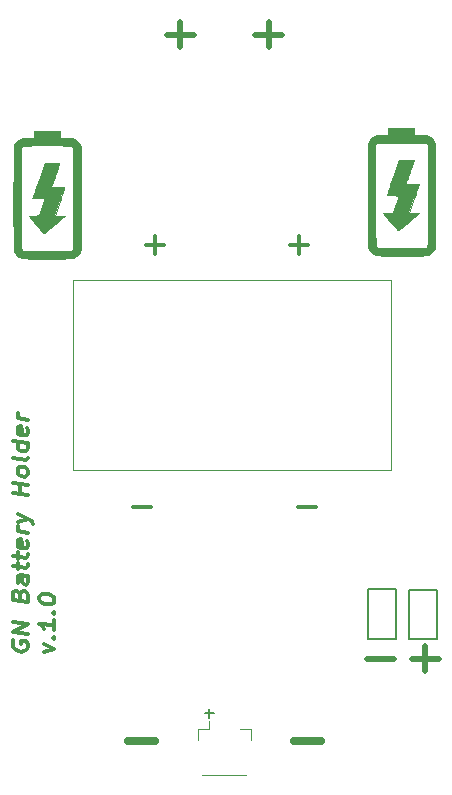
<source format=gto>
G04 #@! TF.GenerationSoftware,KiCad,Pcbnew,(5.1.8)-1*
G04 #@! TF.CreationDate,2020-11-25T14:47:02+01:00*
G04 #@! TF.ProjectId,GN_BatteryHolder,474e5f42-6174-4746-9572-79486f6c6465,1.0*
G04 #@! TF.SameCoordinates,PX8f0d180PY5f5e100*
G04 #@! TF.FileFunction,Legend,Top*
G04 #@! TF.FilePolarity,Positive*
%FSLAX46Y46*%
G04 Gerber Fmt 4.6, Leading zero omitted, Abs format (unit mm)*
G04 Created by KiCad (PCBNEW (5.1.8)-1) date 2020-11-25 14:47:02*
%MOMM*%
%LPD*%
G01*
G04 APERTURE LIST*
%ADD10C,0.200000*%
%ADD11C,0.300000*%
%ADD12C,0.500000*%
%ADD13C,0.700000*%
%ADD14C,0.010000*%
%ADD15C,0.150000*%
%ADD16C,0.120000*%
G04 APERTURE END LIST*
D10*
X-1680953Y-26646428D02*
X-919048Y-26646428D01*
X-1300000Y-27027380D02*
X-1300000Y-26265476D01*
D11*
X-17875000Y-20499642D02*
X-17936905Y-20634761D01*
X-17936905Y-20849047D01*
X-17875000Y-21071071D01*
X-17751191Y-21229404D01*
X-17627381Y-21316309D01*
X-17379762Y-21418690D01*
X-17194048Y-21441904D01*
X-16946429Y-21401428D01*
X-16822620Y-21345476D01*
X-16698810Y-21218095D01*
X-16636905Y-21011547D01*
X-16636905Y-20868690D01*
X-16698810Y-20646666D01*
X-16760715Y-20567500D01*
X-17194048Y-20513333D01*
X-17194048Y-20799047D01*
X-16636905Y-19940119D02*
X-17936905Y-19777619D01*
X-16636905Y-19082976D01*
X-17936905Y-18920476D01*
X-17317858Y-16640714D02*
X-17255953Y-16434166D01*
X-17194048Y-16370476D01*
X-17070239Y-16314523D01*
X-16884524Y-16337738D01*
X-16760715Y-16424642D01*
X-16698810Y-16503809D01*
X-16636905Y-16654404D01*
X-16636905Y-17225833D01*
X-17936905Y-17063333D01*
X-17936905Y-16563333D01*
X-17875000Y-16428214D01*
X-17813096Y-16364523D01*
X-17689286Y-16308571D01*
X-17565477Y-16324047D01*
X-17441667Y-16410952D01*
X-17379762Y-16490119D01*
X-17317858Y-16640714D01*
X-17317858Y-17140714D01*
X-16636905Y-15082976D02*
X-17317858Y-14997857D01*
X-17441667Y-15053809D01*
X-17503572Y-15188928D01*
X-17503572Y-15474642D01*
X-17441667Y-15625238D01*
X-16698810Y-15075238D02*
X-16636905Y-15225833D01*
X-16636905Y-15582976D01*
X-16698810Y-15718095D01*
X-16822620Y-15774047D01*
X-16946429Y-15758571D01*
X-17070239Y-15671666D01*
X-17132143Y-15521071D01*
X-17132143Y-15163928D01*
X-17194048Y-15013333D01*
X-17503572Y-14474642D02*
X-17503572Y-13903214D01*
X-17936905Y-14206190D02*
X-16822620Y-14345476D01*
X-16698810Y-14289523D01*
X-16636905Y-14154404D01*
X-16636905Y-14011547D01*
X-17503572Y-13617500D02*
X-17503572Y-13046071D01*
X-17936905Y-13349047D02*
X-16822620Y-13488333D01*
X-16698810Y-13432380D01*
X-16636905Y-13297261D01*
X-16636905Y-13154404D01*
X-16698810Y-12075238D02*
X-16636905Y-12225833D01*
X-16636905Y-12511547D01*
X-16698810Y-12646666D01*
X-16822620Y-12702619D01*
X-17317858Y-12640714D01*
X-17441667Y-12553809D01*
X-17503572Y-12403214D01*
X-17503572Y-12117500D01*
X-17441667Y-11982380D01*
X-17317858Y-11926428D01*
X-17194048Y-11941904D01*
X-17070239Y-12671666D01*
X-16636905Y-11368690D02*
X-17503572Y-11260357D01*
X-17255953Y-11291309D02*
X-17379762Y-11204404D01*
X-17441667Y-11125238D01*
X-17503572Y-10974642D01*
X-17503572Y-10831785D01*
X-17503572Y-10474642D02*
X-16636905Y-10225833D01*
X-17503572Y-9760357D02*
X-16636905Y-10225833D01*
X-16327381Y-10407380D01*
X-16265477Y-10486547D01*
X-16203572Y-10637142D01*
X-16636905Y-8154404D02*
X-17936905Y-7991904D01*
X-17317858Y-8069285D02*
X-17317858Y-7212142D01*
X-16636905Y-7297261D02*
X-17936905Y-7134761D01*
X-16636905Y-6368690D02*
X-16698810Y-6503809D01*
X-16760715Y-6567500D01*
X-16884524Y-6623452D01*
X-17255953Y-6577023D01*
X-17379762Y-6490119D01*
X-17441667Y-6410952D01*
X-17503572Y-6260357D01*
X-17503572Y-6046071D01*
X-17441667Y-5910952D01*
X-17379762Y-5847261D01*
X-17255953Y-5791309D01*
X-16884524Y-5837738D01*
X-16760715Y-5924642D01*
X-16698810Y-6003809D01*
X-16636905Y-6154404D01*
X-16636905Y-6368690D01*
X-16636905Y-5011547D02*
X-16698810Y-5146666D01*
X-16822620Y-5202619D01*
X-17936905Y-5063333D01*
X-16636905Y-3797261D02*
X-17936905Y-3634761D01*
X-16698810Y-3789523D02*
X-16636905Y-3940119D01*
X-16636905Y-4225833D01*
X-16698810Y-4360952D01*
X-16760715Y-4424642D01*
X-16884524Y-4480595D01*
X-17255953Y-4434166D01*
X-17379762Y-4347261D01*
X-17441667Y-4268095D01*
X-17503572Y-4117500D01*
X-17503572Y-3831785D01*
X-17441667Y-3696666D01*
X-16698810Y-2503809D02*
X-16636905Y-2654404D01*
X-16636905Y-2940119D01*
X-16698810Y-3075238D01*
X-16822620Y-3131190D01*
X-17317858Y-3069285D01*
X-17441667Y-2982380D01*
X-17503572Y-2831785D01*
X-17503572Y-2546071D01*
X-17441667Y-2410952D01*
X-17317858Y-2355000D01*
X-17194048Y-2370476D01*
X-17070239Y-3100238D01*
X-16636905Y-1797261D02*
X-17503572Y-1688928D01*
X-17255953Y-1719880D02*
X-17379762Y-1632976D01*
X-17441667Y-1553809D01*
X-17503572Y-1403214D01*
X-17503572Y-1260357D01*
X-15253572Y-21474642D02*
X-14386905Y-21225833D01*
X-15253572Y-20760357D01*
X-14510715Y-20281785D02*
X-14448810Y-20218095D01*
X-14386905Y-20297261D01*
X-14448810Y-20360952D01*
X-14510715Y-20281785D01*
X-14386905Y-20297261D01*
X-14386905Y-18797261D02*
X-14386905Y-19654404D01*
X-14386905Y-19225833D02*
X-15686905Y-19063333D01*
X-15501191Y-19229404D01*
X-15377381Y-19387738D01*
X-15315477Y-19538333D01*
X-14510715Y-18138928D02*
X-14448810Y-18075238D01*
X-14386905Y-18154404D01*
X-14448810Y-18218095D01*
X-14510715Y-18138928D01*
X-14386905Y-18154404D01*
X-15686905Y-16991904D02*
X-15686905Y-16849047D01*
X-15625000Y-16713928D01*
X-15563096Y-16650238D01*
X-15439286Y-16594285D01*
X-15191667Y-16553809D01*
X-14882143Y-16592500D01*
X-14634524Y-16694880D01*
X-14510715Y-16781785D01*
X-14448810Y-16860952D01*
X-14386905Y-17011547D01*
X-14386905Y-17154404D01*
X-14448810Y-17289523D01*
X-14510715Y-17353214D01*
X-14634524Y-17409166D01*
X-14882143Y-17449642D01*
X-15191667Y-17410952D01*
X-15439286Y-17308571D01*
X-15563096Y-17221666D01*
X-15625000Y-17142500D01*
X-15686905Y-16991904D01*
D12*
X2607142Y30800000D02*
X4892857Y30800000D01*
X3750000Y29733334D02*
X3750000Y31866667D01*
X-4892858Y30800000D02*
X-2607143Y30800000D01*
X-3750000Y29733334D02*
X-3750000Y31866667D01*
D13*
X5907142Y-29014285D02*
X8192857Y-29014285D01*
X-8142858Y-29014285D02*
X-5857143Y-29014285D01*
D12*
X14392857Y-22050000D02*
X12107142Y-22050000D01*
X18142857Y-22050000D02*
X15857142Y-22050000D01*
X17000000Y-20983333D02*
X17000000Y-23116666D01*
D14*
G36*
X15974554Y19992693D02*
G01*
X15939530Y19891042D01*
X15896247Y19765781D01*
X15846397Y19621782D01*
X15791675Y19463912D01*
X15733774Y19297043D01*
X15674387Y19126043D01*
X15615208Y18955783D01*
X15557929Y18791132D01*
X15504245Y18636961D01*
X15455849Y18498138D01*
X15414434Y18379535D01*
X15381694Y18286019D01*
X15359322Y18222462D01*
X15349011Y18193733D01*
X15348807Y18193208D01*
X15346702Y18182092D01*
X15353298Y18173446D01*
X15373163Y18166963D01*
X15410864Y18162333D01*
X15470970Y18159249D01*
X15558048Y18157401D01*
X15676666Y18156482D01*
X15831392Y18156182D01*
X15897319Y18156166D01*
X16046747Y18155588D01*
X16181273Y18153958D01*
X16295406Y18151432D01*
X16383650Y18148168D01*
X16440512Y18144323D01*
X16460500Y18140083D01*
X16453981Y18117641D01*
X16435198Y18058589D01*
X16405315Y17966462D01*
X16365497Y17844799D01*
X16316906Y17697135D01*
X16260707Y17527008D01*
X16198064Y17337954D01*
X16130140Y17133509D01*
X16060028Y16922999D01*
X15659557Y15722000D01*
X16512455Y15722000D01*
X16460019Y15670631D01*
X16429982Y15643669D01*
X16372469Y15594337D01*
X16291141Y15525654D01*
X16189660Y15440635D01*
X16071687Y15342297D01*
X15940883Y15233656D01*
X15800909Y15117730D01*
X15655426Y14997535D01*
X15508095Y14876087D01*
X15362577Y14756403D01*
X15222534Y14641500D01*
X15091626Y14534394D01*
X14973515Y14438102D01*
X14871862Y14355641D01*
X14790328Y14290027D01*
X14732574Y14244277D01*
X14702261Y14221407D01*
X14698661Y14219341D01*
X14682337Y14235060D01*
X14641744Y14280142D01*
X14579638Y14351366D01*
X14498775Y14445507D01*
X14401909Y14559346D01*
X14291797Y14689658D01*
X14171193Y14833221D01*
X14060797Y14965291D01*
X13438523Y15711416D01*
X13874555Y15722000D01*
X14310587Y15732583D01*
X14556463Y16452250D01*
X14802339Y17171916D01*
X14274551Y17177576D01*
X13746762Y17183236D01*
X13758659Y17230493D01*
X13767630Y17257785D01*
X13789778Y17321632D01*
X13823936Y17418759D01*
X13868939Y17545891D01*
X13923623Y17699753D01*
X13986820Y17877071D01*
X14057367Y18074568D01*
X14134098Y18288971D01*
X14215846Y18517003D01*
X14287682Y18717083D01*
X14804808Y20156416D01*
X15419753Y20162026D01*
X16034697Y20167635D01*
X15974554Y19992693D01*
G37*
X15974554Y19992693D02*
X15939530Y19891042D01*
X15896247Y19765781D01*
X15846397Y19621782D01*
X15791675Y19463912D01*
X15733774Y19297043D01*
X15674387Y19126043D01*
X15615208Y18955783D01*
X15557929Y18791132D01*
X15504245Y18636961D01*
X15455849Y18498138D01*
X15414434Y18379535D01*
X15381694Y18286019D01*
X15359322Y18222462D01*
X15349011Y18193733D01*
X15348807Y18193208D01*
X15346702Y18182092D01*
X15353298Y18173446D01*
X15373163Y18166963D01*
X15410864Y18162333D01*
X15470970Y18159249D01*
X15558048Y18157401D01*
X15676666Y18156482D01*
X15831392Y18156182D01*
X15897319Y18156166D01*
X16046747Y18155588D01*
X16181273Y18153958D01*
X16295406Y18151432D01*
X16383650Y18148168D01*
X16440512Y18144323D01*
X16460500Y18140083D01*
X16453981Y18117641D01*
X16435198Y18058589D01*
X16405315Y17966462D01*
X16365497Y17844799D01*
X16316906Y17697135D01*
X16260707Y17527008D01*
X16198064Y17337954D01*
X16130140Y17133509D01*
X16060028Y16922999D01*
X15659557Y15722000D01*
X16512455Y15722000D01*
X16460019Y15670631D01*
X16429982Y15643669D01*
X16372469Y15594337D01*
X16291141Y15525654D01*
X16189660Y15440635D01*
X16071687Y15342297D01*
X15940883Y15233656D01*
X15800909Y15117730D01*
X15655426Y14997535D01*
X15508095Y14876087D01*
X15362577Y14756403D01*
X15222534Y14641500D01*
X15091626Y14534394D01*
X14973515Y14438102D01*
X14871862Y14355641D01*
X14790328Y14290027D01*
X14732574Y14244277D01*
X14702261Y14221407D01*
X14698661Y14219341D01*
X14682337Y14235060D01*
X14641744Y14280142D01*
X14579638Y14351366D01*
X14498775Y14445507D01*
X14401909Y14559346D01*
X14291797Y14689658D01*
X14171193Y14833221D01*
X14060797Y14965291D01*
X13438523Y15711416D01*
X13874555Y15722000D01*
X14310587Y15732583D01*
X14556463Y16452250D01*
X14802339Y17171916D01*
X14274551Y17177576D01*
X13746762Y17183236D01*
X13758659Y17230493D01*
X13767630Y17257785D01*
X13789778Y17321632D01*
X13823936Y17418759D01*
X13868939Y17545891D01*
X13923623Y17699753D01*
X13986820Y17877071D01*
X14057367Y18074568D01*
X14134098Y18288971D01*
X14215846Y18517003D01*
X14287682Y18717083D01*
X14804808Y20156416D01*
X15419753Y20162026D01*
X16034697Y20167635D01*
X15974554Y19992693D01*
G36*
X16079500Y22304833D02*
G01*
X16508125Y22304711D01*
X16648031Y22303650D01*
X16782052Y22300772D01*
X16901206Y22296408D01*
X16996508Y22290893D01*
X17058975Y22284560D01*
X17061360Y22284181D01*
X17245435Y22233347D01*
X17413916Y22146351D01*
X17561919Y22027986D01*
X17684559Y21883046D01*
X17776951Y21716326D01*
X17834213Y21532620D01*
X17835895Y21523977D01*
X17838822Y21486851D01*
X17841536Y21407589D01*
X17844036Y21286387D01*
X17846321Y21123444D01*
X17848390Y20918956D01*
X17850242Y20673119D01*
X17851876Y20386131D01*
X17853292Y20058189D01*
X17854487Y19689489D01*
X17855463Y19280228D01*
X17856216Y18830605D01*
X17856747Y18340814D01*
X17857054Y17811053D01*
X17857137Y17241520D01*
X17857133Y17184902D01*
X17857107Y16676783D01*
X17857092Y16209231D01*
X17857039Y15780481D01*
X17856901Y15388767D01*
X17856630Y15032324D01*
X17856179Y14709386D01*
X17855501Y14418188D01*
X17854547Y14156963D01*
X17853271Y13923946D01*
X17851625Y13717371D01*
X17849561Y13535473D01*
X17847033Y13376487D01*
X17843991Y13238646D01*
X17840390Y13120184D01*
X17836181Y13019337D01*
X17831318Y12934338D01*
X17825752Y12863422D01*
X17819436Y12804823D01*
X17812322Y12756775D01*
X17804364Y12717513D01*
X17795513Y12685272D01*
X17785722Y12658285D01*
X17774944Y12634787D01*
X17763131Y12613012D01*
X17750235Y12591195D01*
X17736210Y12567569D01*
X17732789Y12561641D01*
X17616150Y12399575D01*
X17469414Y12265637D01*
X17296778Y12163130D01*
X17161105Y12111341D01*
X17123148Y12106284D01*
X17046501Y12101686D01*
X16934748Y12097547D01*
X16791473Y12093864D01*
X16620261Y12090636D01*
X16424696Y12087864D01*
X16208363Y12085546D01*
X15974845Y12083681D01*
X15727728Y12082268D01*
X15470595Y12081305D01*
X15207031Y12080793D01*
X14940621Y12080730D01*
X14674949Y12081115D01*
X14413599Y12081947D01*
X14160155Y12083226D01*
X13918203Y12084949D01*
X13691326Y12087117D01*
X13483109Y12089728D01*
X13297137Y12092781D01*
X13136993Y12096276D01*
X13006262Y12100211D01*
X12908529Y12104585D01*
X12847377Y12109398D01*
X12829670Y12112516D01*
X12644329Y12192314D01*
X12480159Y12306046D01*
X12342767Y12449233D01*
X12267211Y12561641D01*
X12252917Y12585938D01*
X12239764Y12608018D01*
X12227704Y12629645D01*
X12216690Y12652586D01*
X12206674Y12678606D01*
X12197609Y12709471D01*
X12189448Y12746946D01*
X12182143Y12792798D01*
X12175646Y12848791D01*
X12169910Y12916692D01*
X12164887Y12998265D01*
X12160531Y13095278D01*
X12156793Y13209495D01*
X12153626Y13342682D01*
X12150983Y13496604D01*
X12148815Y13673028D01*
X12147077Y13873719D01*
X12145719Y14100443D01*
X12144695Y14354965D01*
X12143957Y14639051D01*
X12143457Y14954467D01*
X12143149Y15302978D01*
X12142984Y15686350D01*
X12142916Y16106348D01*
X12142896Y16564739D01*
X12142877Y17063288D01*
X12142868Y17184902D01*
X12142929Y17758234D01*
X12143214Y18291812D01*
X12143724Y18785438D01*
X12144456Y19238917D01*
X12145410Y19652051D01*
X12146585Y20024644D01*
X12147979Y20356497D01*
X12149593Y20647416D01*
X12151424Y20897201D01*
X12153472Y21105658D01*
X12155737Y21272588D01*
X12158216Y21397795D01*
X12160067Y21455063D01*
X12788084Y21455063D01*
X12788084Y17196823D01*
X12788088Y16697639D01*
X12788114Y16239035D01*
X12788178Y15819260D01*
X12788297Y15436561D01*
X12788488Y15089186D01*
X12788769Y14775382D01*
X12789157Y14493397D01*
X12789668Y14241479D01*
X12790320Y14017876D01*
X12791130Y13820834D01*
X12792116Y13648601D01*
X12793293Y13499426D01*
X12794680Y13371555D01*
X12796294Y13263237D01*
X12798151Y13172718D01*
X12800269Y13098247D01*
X12802665Y13038071D01*
X12805356Y12990438D01*
X12808360Y12953596D01*
X12811692Y12925791D01*
X12815372Y12905272D01*
X12819414Y12890286D01*
X12823838Y12879081D01*
X12828659Y12869904D01*
X12830417Y12866894D01*
X12879267Y12807300D01*
X12941187Y12758734D01*
X12946503Y12755769D01*
X12960433Y12749106D01*
X12977497Y12743237D01*
X13000314Y12738113D01*
X13031504Y12733683D01*
X13073686Y12729896D01*
X13129479Y12726702D01*
X13201503Y12724052D01*
X13292377Y12721894D01*
X13404720Y12720179D01*
X13541152Y12718855D01*
X13704291Y12717874D01*
X13896758Y12717184D01*
X14121171Y12716735D01*
X14380150Y12716477D01*
X14676314Y12716360D01*
X15000000Y12716333D01*
X15334552Y12716362D01*
X15629389Y12716484D01*
X15887132Y12716747D01*
X16110400Y12717204D01*
X16301811Y12717903D01*
X16463985Y12718895D01*
X16599542Y12720231D01*
X16711101Y12721961D01*
X16801281Y12724135D01*
X16872702Y12726803D01*
X16927982Y12730016D01*
X16969741Y12733824D01*
X17000598Y12738278D01*
X17023173Y12743427D01*
X17040085Y12749322D01*
X17053497Y12755769D01*
X17115283Y12802083D01*
X17166409Y12861730D01*
X17169584Y12866894D01*
X17174546Y12875777D01*
X17179105Y12886085D01*
X17183277Y12899570D01*
X17187080Y12917983D01*
X17190530Y12943079D01*
X17193645Y12976608D01*
X17196442Y13020323D01*
X17198937Y13075977D01*
X17201149Y13145322D01*
X17203095Y13230111D01*
X17204790Y13332095D01*
X17206254Y13453028D01*
X17207501Y13594661D01*
X17208551Y13758748D01*
X17209420Y13947039D01*
X17210124Y14161289D01*
X17210682Y14403248D01*
X17211111Y14674670D01*
X17211426Y14977307D01*
X17211647Y15312912D01*
X17211789Y15683236D01*
X17211870Y16090032D01*
X17211906Y16535052D01*
X17211916Y17020050D01*
X17211917Y17196823D01*
X17211917Y21455063D01*
X17168276Y21513515D01*
X17117860Y21570029D01*
X17066182Y21615609D01*
X17055833Y21622920D01*
X17043856Y21629365D01*
X17027670Y21634999D01*
X17004689Y21639876D01*
X16972332Y21644052D01*
X16928015Y21647579D01*
X16869154Y21650514D01*
X16793168Y21652910D01*
X16697471Y21654823D01*
X16579482Y21656306D01*
X16436618Y21657414D01*
X16266294Y21658202D01*
X16065927Y21658725D01*
X15832936Y21659036D01*
X15564735Y21659191D01*
X15258743Y21659244D01*
X15000000Y21659250D01*
X14663636Y21659238D01*
X14367023Y21659165D01*
X14107576Y21658977D01*
X13882713Y21658620D01*
X13689850Y21658038D01*
X13526405Y21657177D01*
X13389795Y21655983D01*
X13277435Y21654401D01*
X13186743Y21652377D01*
X13115136Y21649855D01*
X13060030Y21646782D01*
X13018843Y21643103D01*
X12988991Y21638763D01*
X12967890Y21633708D01*
X12952959Y21627882D01*
X12941613Y21621233D01*
X12933819Y21615609D01*
X12877305Y21565193D01*
X12831725Y21513515D01*
X12788084Y21455063D01*
X12160067Y21455063D01*
X12160909Y21481082D01*
X12163816Y21522252D01*
X12164105Y21523977D01*
X12219660Y21708340D01*
X12310568Y21875932D01*
X12431944Y22021961D01*
X12578903Y22141633D01*
X12746563Y22230154D01*
X12930038Y22282729D01*
X12938641Y22284181D01*
X13000019Y22290717D01*
X13094356Y22296398D01*
X13212279Y22300865D01*
X13344416Y22303755D01*
X13470709Y22304711D01*
X13878167Y22304833D01*
X13878167Y22918666D01*
X16079500Y22918666D01*
X16079500Y22304833D01*
G37*
X16079500Y22304833D02*
X16508125Y22304711D01*
X16648031Y22303650D01*
X16782052Y22300772D01*
X16901206Y22296408D01*
X16996508Y22290893D01*
X17058975Y22284560D01*
X17061360Y22284181D01*
X17245435Y22233347D01*
X17413916Y22146351D01*
X17561919Y22027986D01*
X17684559Y21883046D01*
X17776951Y21716326D01*
X17834213Y21532620D01*
X17835895Y21523977D01*
X17838822Y21486851D01*
X17841536Y21407589D01*
X17844036Y21286387D01*
X17846321Y21123444D01*
X17848390Y20918956D01*
X17850242Y20673119D01*
X17851876Y20386131D01*
X17853292Y20058189D01*
X17854487Y19689489D01*
X17855463Y19280228D01*
X17856216Y18830605D01*
X17856747Y18340814D01*
X17857054Y17811053D01*
X17857137Y17241520D01*
X17857133Y17184902D01*
X17857107Y16676783D01*
X17857092Y16209231D01*
X17857039Y15780481D01*
X17856901Y15388767D01*
X17856630Y15032324D01*
X17856179Y14709386D01*
X17855501Y14418188D01*
X17854547Y14156963D01*
X17853271Y13923946D01*
X17851625Y13717371D01*
X17849561Y13535473D01*
X17847033Y13376487D01*
X17843991Y13238646D01*
X17840390Y13120184D01*
X17836181Y13019337D01*
X17831318Y12934338D01*
X17825752Y12863422D01*
X17819436Y12804823D01*
X17812322Y12756775D01*
X17804364Y12717513D01*
X17795513Y12685272D01*
X17785722Y12658285D01*
X17774944Y12634787D01*
X17763131Y12613012D01*
X17750235Y12591195D01*
X17736210Y12567569D01*
X17732789Y12561641D01*
X17616150Y12399575D01*
X17469414Y12265637D01*
X17296778Y12163130D01*
X17161105Y12111341D01*
X17123148Y12106284D01*
X17046501Y12101686D01*
X16934748Y12097547D01*
X16791473Y12093864D01*
X16620261Y12090636D01*
X16424696Y12087864D01*
X16208363Y12085546D01*
X15974845Y12083681D01*
X15727728Y12082268D01*
X15470595Y12081305D01*
X15207031Y12080793D01*
X14940621Y12080730D01*
X14674949Y12081115D01*
X14413599Y12081947D01*
X14160155Y12083226D01*
X13918203Y12084949D01*
X13691326Y12087117D01*
X13483109Y12089728D01*
X13297137Y12092781D01*
X13136993Y12096276D01*
X13006262Y12100211D01*
X12908529Y12104585D01*
X12847377Y12109398D01*
X12829670Y12112516D01*
X12644329Y12192314D01*
X12480159Y12306046D01*
X12342767Y12449233D01*
X12267211Y12561641D01*
X12252917Y12585938D01*
X12239764Y12608018D01*
X12227704Y12629645D01*
X12216690Y12652586D01*
X12206674Y12678606D01*
X12197609Y12709471D01*
X12189448Y12746946D01*
X12182143Y12792798D01*
X12175646Y12848791D01*
X12169910Y12916692D01*
X12164887Y12998265D01*
X12160531Y13095278D01*
X12156793Y13209495D01*
X12153626Y13342682D01*
X12150983Y13496604D01*
X12148815Y13673028D01*
X12147077Y13873719D01*
X12145719Y14100443D01*
X12144695Y14354965D01*
X12143957Y14639051D01*
X12143457Y14954467D01*
X12143149Y15302978D01*
X12142984Y15686350D01*
X12142916Y16106348D01*
X12142896Y16564739D01*
X12142877Y17063288D01*
X12142868Y17184902D01*
X12142929Y17758234D01*
X12143214Y18291812D01*
X12143724Y18785438D01*
X12144456Y19238917D01*
X12145410Y19652051D01*
X12146585Y20024644D01*
X12147979Y20356497D01*
X12149593Y20647416D01*
X12151424Y20897201D01*
X12153472Y21105658D01*
X12155737Y21272588D01*
X12158216Y21397795D01*
X12160067Y21455063D01*
X12788084Y21455063D01*
X12788084Y17196823D01*
X12788088Y16697639D01*
X12788114Y16239035D01*
X12788178Y15819260D01*
X12788297Y15436561D01*
X12788488Y15089186D01*
X12788769Y14775382D01*
X12789157Y14493397D01*
X12789668Y14241479D01*
X12790320Y14017876D01*
X12791130Y13820834D01*
X12792116Y13648601D01*
X12793293Y13499426D01*
X12794680Y13371555D01*
X12796294Y13263237D01*
X12798151Y13172718D01*
X12800269Y13098247D01*
X12802665Y13038071D01*
X12805356Y12990438D01*
X12808360Y12953596D01*
X12811692Y12925791D01*
X12815372Y12905272D01*
X12819414Y12890286D01*
X12823838Y12879081D01*
X12828659Y12869904D01*
X12830417Y12866894D01*
X12879267Y12807300D01*
X12941187Y12758734D01*
X12946503Y12755769D01*
X12960433Y12749106D01*
X12977497Y12743237D01*
X13000314Y12738113D01*
X13031504Y12733683D01*
X13073686Y12729896D01*
X13129479Y12726702D01*
X13201503Y12724052D01*
X13292377Y12721894D01*
X13404720Y12720179D01*
X13541152Y12718855D01*
X13704291Y12717874D01*
X13896758Y12717184D01*
X14121171Y12716735D01*
X14380150Y12716477D01*
X14676314Y12716360D01*
X15000000Y12716333D01*
X15334552Y12716362D01*
X15629389Y12716484D01*
X15887132Y12716747D01*
X16110400Y12717204D01*
X16301811Y12717903D01*
X16463985Y12718895D01*
X16599542Y12720231D01*
X16711101Y12721961D01*
X16801281Y12724135D01*
X16872702Y12726803D01*
X16927982Y12730016D01*
X16969741Y12733824D01*
X17000598Y12738278D01*
X17023173Y12743427D01*
X17040085Y12749322D01*
X17053497Y12755769D01*
X17115283Y12802083D01*
X17166409Y12861730D01*
X17169584Y12866894D01*
X17174546Y12875777D01*
X17179105Y12886085D01*
X17183277Y12899570D01*
X17187080Y12917983D01*
X17190530Y12943079D01*
X17193645Y12976608D01*
X17196442Y13020323D01*
X17198937Y13075977D01*
X17201149Y13145322D01*
X17203095Y13230111D01*
X17204790Y13332095D01*
X17206254Y13453028D01*
X17207501Y13594661D01*
X17208551Y13758748D01*
X17209420Y13947039D01*
X17210124Y14161289D01*
X17210682Y14403248D01*
X17211111Y14674670D01*
X17211426Y14977307D01*
X17211647Y15312912D01*
X17211789Y15683236D01*
X17211870Y16090032D01*
X17211906Y16535052D01*
X17211916Y17020050D01*
X17211917Y17196823D01*
X17211917Y21455063D01*
X17168276Y21513515D01*
X17117860Y21570029D01*
X17066182Y21615609D01*
X17055833Y21622920D01*
X17043856Y21629365D01*
X17027670Y21634999D01*
X17004689Y21639876D01*
X16972332Y21644052D01*
X16928015Y21647579D01*
X16869154Y21650514D01*
X16793168Y21652910D01*
X16697471Y21654823D01*
X16579482Y21656306D01*
X16436618Y21657414D01*
X16266294Y21658202D01*
X16065927Y21658725D01*
X15832936Y21659036D01*
X15564735Y21659191D01*
X15258743Y21659244D01*
X15000000Y21659250D01*
X14663636Y21659238D01*
X14367023Y21659165D01*
X14107576Y21658977D01*
X13882713Y21658620D01*
X13689850Y21658038D01*
X13526405Y21657177D01*
X13389795Y21655983D01*
X13277435Y21654401D01*
X13186743Y21652377D01*
X13115136Y21649855D01*
X13060030Y21646782D01*
X13018843Y21643103D01*
X12988991Y21638763D01*
X12967890Y21633708D01*
X12952959Y21627882D01*
X12941613Y21621233D01*
X12933819Y21615609D01*
X12877305Y21565193D01*
X12831725Y21513515D01*
X12788084Y21455063D01*
X12160067Y21455063D01*
X12160909Y21481082D01*
X12163816Y21522252D01*
X12164105Y21523977D01*
X12219660Y21708340D01*
X12310568Y21875932D01*
X12431944Y22021961D01*
X12578903Y22141633D01*
X12746563Y22230154D01*
X12930038Y22282729D01*
X12938641Y22284181D01*
X13000019Y22290717D01*
X13094356Y22296398D01*
X13212279Y22300865D01*
X13344416Y22303755D01*
X13470709Y22304711D01*
X13878167Y22304833D01*
X13878167Y22918666D01*
X16079500Y22918666D01*
X16079500Y22304833D01*
G36*
X-13920500Y22054833D02*
G01*
X-13491875Y22054711D01*
X-13351969Y22053650D01*
X-13217948Y22050772D01*
X-13098794Y22046408D01*
X-13003492Y22040893D01*
X-12941025Y22034560D01*
X-12938640Y22034181D01*
X-12754565Y21983347D01*
X-12586084Y21896351D01*
X-12438081Y21777986D01*
X-12315441Y21633046D01*
X-12223049Y21466326D01*
X-12165787Y21282620D01*
X-12164105Y21273977D01*
X-12161178Y21236851D01*
X-12158464Y21157589D01*
X-12155964Y21036387D01*
X-12153679Y20873444D01*
X-12151610Y20668956D01*
X-12149758Y20423119D01*
X-12148124Y20136131D01*
X-12146708Y19808189D01*
X-12145513Y19439489D01*
X-12144537Y19030228D01*
X-12143784Y18580605D01*
X-12143253Y18090814D01*
X-12142946Y17561053D01*
X-12142863Y16991520D01*
X-12142867Y16934902D01*
X-12142893Y16426783D01*
X-12142908Y15959231D01*
X-12142961Y15530481D01*
X-12143099Y15138767D01*
X-12143370Y14782324D01*
X-12143821Y14459386D01*
X-12144499Y14168188D01*
X-12145453Y13906963D01*
X-12146729Y13673946D01*
X-12148375Y13467371D01*
X-12150439Y13285473D01*
X-12152967Y13126487D01*
X-12156009Y12988646D01*
X-12159610Y12870184D01*
X-12163819Y12769337D01*
X-12168682Y12684338D01*
X-12174248Y12613422D01*
X-12180564Y12554823D01*
X-12187678Y12506775D01*
X-12195636Y12467513D01*
X-12204487Y12435272D01*
X-12214278Y12408285D01*
X-12225056Y12384787D01*
X-12236869Y12363012D01*
X-12249765Y12341195D01*
X-12263790Y12317569D01*
X-12267211Y12311641D01*
X-12383850Y12149575D01*
X-12530586Y12015637D01*
X-12703222Y11913130D01*
X-12838895Y11861341D01*
X-12876852Y11856284D01*
X-12953499Y11851686D01*
X-13065252Y11847547D01*
X-13208527Y11843864D01*
X-13379739Y11840636D01*
X-13575304Y11837864D01*
X-13791637Y11835546D01*
X-14025155Y11833681D01*
X-14272272Y11832268D01*
X-14529405Y11831305D01*
X-14792969Y11830793D01*
X-15059379Y11830730D01*
X-15325051Y11831115D01*
X-15586401Y11831947D01*
X-15839845Y11833226D01*
X-16081797Y11834949D01*
X-16308674Y11837117D01*
X-16516891Y11839728D01*
X-16702863Y11842781D01*
X-16863007Y11846276D01*
X-16993738Y11850211D01*
X-17091471Y11854585D01*
X-17152623Y11859398D01*
X-17170330Y11862516D01*
X-17355671Y11942314D01*
X-17519841Y12056046D01*
X-17657233Y12199233D01*
X-17732789Y12311641D01*
X-17747083Y12335938D01*
X-17760236Y12358018D01*
X-17772296Y12379645D01*
X-17783310Y12402586D01*
X-17793326Y12428606D01*
X-17802391Y12459471D01*
X-17810552Y12496946D01*
X-17817857Y12542798D01*
X-17824354Y12598791D01*
X-17830090Y12666692D01*
X-17835113Y12748265D01*
X-17839469Y12845278D01*
X-17843207Y12959495D01*
X-17846374Y13092682D01*
X-17849017Y13246604D01*
X-17851185Y13423028D01*
X-17852923Y13623719D01*
X-17854281Y13850443D01*
X-17855305Y14104965D01*
X-17856043Y14389051D01*
X-17856543Y14704467D01*
X-17856851Y15052978D01*
X-17857016Y15436350D01*
X-17857084Y15856348D01*
X-17857104Y16314739D01*
X-17857123Y16813288D01*
X-17857132Y16934902D01*
X-17857071Y17508234D01*
X-17856786Y18041812D01*
X-17856276Y18535438D01*
X-17855544Y18988917D01*
X-17854590Y19402051D01*
X-17853415Y19774644D01*
X-17852021Y20106497D01*
X-17850407Y20397416D01*
X-17848576Y20647201D01*
X-17846528Y20855658D01*
X-17844263Y21022588D01*
X-17841784Y21147795D01*
X-17839933Y21205063D01*
X-17211916Y21205063D01*
X-17211916Y16946823D01*
X-17211912Y16447639D01*
X-17211886Y15989035D01*
X-17211822Y15569260D01*
X-17211703Y15186561D01*
X-17211512Y14839186D01*
X-17211231Y14525382D01*
X-17210843Y14243397D01*
X-17210332Y13991479D01*
X-17209680Y13767876D01*
X-17208870Y13570834D01*
X-17207884Y13398601D01*
X-17206707Y13249426D01*
X-17205320Y13121555D01*
X-17203706Y13013237D01*
X-17201849Y12922718D01*
X-17199731Y12848247D01*
X-17197335Y12788071D01*
X-17194644Y12740438D01*
X-17191640Y12703596D01*
X-17188308Y12675791D01*
X-17184628Y12655272D01*
X-17180586Y12640286D01*
X-17176162Y12629081D01*
X-17171341Y12619904D01*
X-17169583Y12616894D01*
X-17120733Y12557300D01*
X-17058813Y12508734D01*
X-17053497Y12505769D01*
X-17039567Y12499106D01*
X-17022503Y12493237D01*
X-16999686Y12488113D01*
X-16968496Y12483683D01*
X-16926314Y12479896D01*
X-16870521Y12476702D01*
X-16798497Y12474052D01*
X-16707623Y12471894D01*
X-16595280Y12470179D01*
X-16458848Y12468855D01*
X-16295709Y12467874D01*
X-16103242Y12467184D01*
X-15878829Y12466735D01*
X-15619850Y12466477D01*
X-15323686Y12466360D01*
X-15000000Y12466333D01*
X-14665448Y12466362D01*
X-14370611Y12466484D01*
X-14112868Y12466747D01*
X-13889600Y12467204D01*
X-13698189Y12467903D01*
X-13536015Y12468895D01*
X-13400458Y12470231D01*
X-13288899Y12471961D01*
X-13198719Y12474135D01*
X-13127298Y12476803D01*
X-13072018Y12480016D01*
X-13030259Y12483824D01*
X-12999402Y12488278D01*
X-12976827Y12493427D01*
X-12959915Y12499322D01*
X-12946503Y12505769D01*
X-12884717Y12552083D01*
X-12833591Y12611730D01*
X-12830416Y12616894D01*
X-12825454Y12625777D01*
X-12820895Y12636085D01*
X-12816723Y12649570D01*
X-12812920Y12667983D01*
X-12809470Y12693079D01*
X-12806355Y12726608D01*
X-12803558Y12770323D01*
X-12801063Y12825977D01*
X-12798851Y12895322D01*
X-12796905Y12980111D01*
X-12795210Y13082095D01*
X-12793746Y13203028D01*
X-12792499Y13344661D01*
X-12791449Y13508748D01*
X-12790580Y13697039D01*
X-12789876Y13911289D01*
X-12789318Y14153248D01*
X-12788889Y14424670D01*
X-12788574Y14727307D01*
X-12788353Y15062912D01*
X-12788211Y15433236D01*
X-12788130Y15840032D01*
X-12788094Y16285052D01*
X-12788084Y16770050D01*
X-12788083Y16946823D01*
X-12788083Y21205063D01*
X-12831724Y21263515D01*
X-12882140Y21320029D01*
X-12933818Y21365609D01*
X-12944167Y21372920D01*
X-12956144Y21379365D01*
X-12972330Y21384999D01*
X-12995311Y21389876D01*
X-13027668Y21394052D01*
X-13071985Y21397579D01*
X-13130846Y21400514D01*
X-13206832Y21402910D01*
X-13302529Y21404823D01*
X-13420518Y21406306D01*
X-13563382Y21407414D01*
X-13733706Y21408202D01*
X-13934073Y21408725D01*
X-14167064Y21409036D01*
X-14435265Y21409191D01*
X-14741257Y21409244D01*
X-15000000Y21409250D01*
X-15336364Y21409238D01*
X-15632977Y21409165D01*
X-15892424Y21408977D01*
X-16117287Y21408620D01*
X-16310150Y21408038D01*
X-16473595Y21407177D01*
X-16610205Y21405983D01*
X-16722565Y21404401D01*
X-16813257Y21402377D01*
X-16884864Y21399855D01*
X-16939970Y21396782D01*
X-16981157Y21393103D01*
X-17011009Y21388763D01*
X-17032110Y21383708D01*
X-17047041Y21377882D01*
X-17058387Y21371233D01*
X-17066181Y21365609D01*
X-17122695Y21315193D01*
X-17168275Y21263515D01*
X-17211916Y21205063D01*
X-17839933Y21205063D01*
X-17839091Y21231082D01*
X-17836184Y21272252D01*
X-17835895Y21273977D01*
X-17780340Y21458340D01*
X-17689432Y21625932D01*
X-17568056Y21771961D01*
X-17421097Y21891633D01*
X-17253437Y21980154D01*
X-17069962Y22032729D01*
X-17061359Y22034181D01*
X-16999981Y22040717D01*
X-16905644Y22046398D01*
X-16787721Y22050865D01*
X-16655584Y22053755D01*
X-16529291Y22054711D01*
X-16121833Y22054833D01*
X-16121833Y22668666D01*
X-13920500Y22668666D01*
X-13920500Y22054833D01*
G37*
X-13920500Y22054833D02*
X-13491875Y22054711D01*
X-13351969Y22053650D01*
X-13217948Y22050772D01*
X-13098794Y22046408D01*
X-13003492Y22040893D01*
X-12941025Y22034560D01*
X-12938640Y22034181D01*
X-12754565Y21983347D01*
X-12586084Y21896351D01*
X-12438081Y21777986D01*
X-12315441Y21633046D01*
X-12223049Y21466326D01*
X-12165787Y21282620D01*
X-12164105Y21273977D01*
X-12161178Y21236851D01*
X-12158464Y21157589D01*
X-12155964Y21036387D01*
X-12153679Y20873444D01*
X-12151610Y20668956D01*
X-12149758Y20423119D01*
X-12148124Y20136131D01*
X-12146708Y19808189D01*
X-12145513Y19439489D01*
X-12144537Y19030228D01*
X-12143784Y18580605D01*
X-12143253Y18090814D01*
X-12142946Y17561053D01*
X-12142863Y16991520D01*
X-12142867Y16934902D01*
X-12142893Y16426783D01*
X-12142908Y15959231D01*
X-12142961Y15530481D01*
X-12143099Y15138767D01*
X-12143370Y14782324D01*
X-12143821Y14459386D01*
X-12144499Y14168188D01*
X-12145453Y13906963D01*
X-12146729Y13673946D01*
X-12148375Y13467371D01*
X-12150439Y13285473D01*
X-12152967Y13126487D01*
X-12156009Y12988646D01*
X-12159610Y12870184D01*
X-12163819Y12769337D01*
X-12168682Y12684338D01*
X-12174248Y12613422D01*
X-12180564Y12554823D01*
X-12187678Y12506775D01*
X-12195636Y12467513D01*
X-12204487Y12435272D01*
X-12214278Y12408285D01*
X-12225056Y12384787D01*
X-12236869Y12363012D01*
X-12249765Y12341195D01*
X-12263790Y12317569D01*
X-12267211Y12311641D01*
X-12383850Y12149575D01*
X-12530586Y12015637D01*
X-12703222Y11913130D01*
X-12838895Y11861341D01*
X-12876852Y11856284D01*
X-12953499Y11851686D01*
X-13065252Y11847547D01*
X-13208527Y11843864D01*
X-13379739Y11840636D01*
X-13575304Y11837864D01*
X-13791637Y11835546D01*
X-14025155Y11833681D01*
X-14272272Y11832268D01*
X-14529405Y11831305D01*
X-14792969Y11830793D01*
X-15059379Y11830730D01*
X-15325051Y11831115D01*
X-15586401Y11831947D01*
X-15839845Y11833226D01*
X-16081797Y11834949D01*
X-16308674Y11837117D01*
X-16516891Y11839728D01*
X-16702863Y11842781D01*
X-16863007Y11846276D01*
X-16993738Y11850211D01*
X-17091471Y11854585D01*
X-17152623Y11859398D01*
X-17170330Y11862516D01*
X-17355671Y11942314D01*
X-17519841Y12056046D01*
X-17657233Y12199233D01*
X-17732789Y12311641D01*
X-17747083Y12335938D01*
X-17760236Y12358018D01*
X-17772296Y12379645D01*
X-17783310Y12402586D01*
X-17793326Y12428606D01*
X-17802391Y12459471D01*
X-17810552Y12496946D01*
X-17817857Y12542798D01*
X-17824354Y12598791D01*
X-17830090Y12666692D01*
X-17835113Y12748265D01*
X-17839469Y12845278D01*
X-17843207Y12959495D01*
X-17846374Y13092682D01*
X-17849017Y13246604D01*
X-17851185Y13423028D01*
X-17852923Y13623719D01*
X-17854281Y13850443D01*
X-17855305Y14104965D01*
X-17856043Y14389051D01*
X-17856543Y14704467D01*
X-17856851Y15052978D01*
X-17857016Y15436350D01*
X-17857084Y15856348D01*
X-17857104Y16314739D01*
X-17857123Y16813288D01*
X-17857132Y16934902D01*
X-17857071Y17508234D01*
X-17856786Y18041812D01*
X-17856276Y18535438D01*
X-17855544Y18988917D01*
X-17854590Y19402051D01*
X-17853415Y19774644D01*
X-17852021Y20106497D01*
X-17850407Y20397416D01*
X-17848576Y20647201D01*
X-17846528Y20855658D01*
X-17844263Y21022588D01*
X-17841784Y21147795D01*
X-17839933Y21205063D01*
X-17211916Y21205063D01*
X-17211916Y16946823D01*
X-17211912Y16447639D01*
X-17211886Y15989035D01*
X-17211822Y15569260D01*
X-17211703Y15186561D01*
X-17211512Y14839186D01*
X-17211231Y14525382D01*
X-17210843Y14243397D01*
X-17210332Y13991479D01*
X-17209680Y13767876D01*
X-17208870Y13570834D01*
X-17207884Y13398601D01*
X-17206707Y13249426D01*
X-17205320Y13121555D01*
X-17203706Y13013237D01*
X-17201849Y12922718D01*
X-17199731Y12848247D01*
X-17197335Y12788071D01*
X-17194644Y12740438D01*
X-17191640Y12703596D01*
X-17188308Y12675791D01*
X-17184628Y12655272D01*
X-17180586Y12640286D01*
X-17176162Y12629081D01*
X-17171341Y12619904D01*
X-17169583Y12616894D01*
X-17120733Y12557300D01*
X-17058813Y12508734D01*
X-17053497Y12505769D01*
X-17039567Y12499106D01*
X-17022503Y12493237D01*
X-16999686Y12488113D01*
X-16968496Y12483683D01*
X-16926314Y12479896D01*
X-16870521Y12476702D01*
X-16798497Y12474052D01*
X-16707623Y12471894D01*
X-16595280Y12470179D01*
X-16458848Y12468855D01*
X-16295709Y12467874D01*
X-16103242Y12467184D01*
X-15878829Y12466735D01*
X-15619850Y12466477D01*
X-15323686Y12466360D01*
X-15000000Y12466333D01*
X-14665448Y12466362D01*
X-14370611Y12466484D01*
X-14112868Y12466747D01*
X-13889600Y12467204D01*
X-13698189Y12467903D01*
X-13536015Y12468895D01*
X-13400458Y12470231D01*
X-13288899Y12471961D01*
X-13198719Y12474135D01*
X-13127298Y12476803D01*
X-13072018Y12480016D01*
X-13030259Y12483824D01*
X-12999402Y12488278D01*
X-12976827Y12493427D01*
X-12959915Y12499322D01*
X-12946503Y12505769D01*
X-12884717Y12552083D01*
X-12833591Y12611730D01*
X-12830416Y12616894D01*
X-12825454Y12625777D01*
X-12820895Y12636085D01*
X-12816723Y12649570D01*
X-12812920Y12667983D01*
X-12809470Y12693079D01*
X-12806355Y12726608D01*
X-12803558Y12770323D01*
X-12801063Y12825977D01*
X-12798851Y12895322D01*
X-12796905Y12980111D01*
X-12795210Y13082095D01*
X-12793746Y13203028D01*
X-12792499Y13344661D01*
X-12791449Y13508748D01*
X-12790580Y13697039D01*
X-12789876Y13911289D01*
X-12789318Y14153248D01*
X-12788889Y14424670D01*
X-12788574Y14727307D01*
X-12788353Y15062912D01*
X-12788211Y15433236D01*
X-12788130Y15840032D01*
X-12788094Y16285052D01*
X-12788084Y16770050D01*
X-12788083Y16946823D01*
X-12788083Y21205063D01*
X-12831724Y21263515D01*
X-12882140Y21320029D01*
X-12933818Y21365609D01*
X-12944167Y21372920D01*
X-12956144Y21379365D01*
X-12972330Y21384999D01*
X-12995311Y21389876D01*
X-13027668Y21394052D01*
X-13071985Y21397579D01*
X-13130846Y21400514D01*
X-13206832Y21402910D01*
X-13302529Y21404823D01*
X-13420518Y21406306D01*
X-13563382Y21407414D01*
X-13733706Y21408202D01*
X-13934073Y21408725D01*
X-14167064Y21409036D01*
X-14435265Y21409191D01*
X-14741257Y21409244D01*
X-15000000Y21409250D01*
X-15336364Y21409238D01*
X-15632977Y21409165D01*
X-15892424Y21408977D01*
X-16117287Y21408620D01*
X-16310150Y21408038D01*
X-16473595Y21407177D01*
X-16610205Y21405983D01*
X-16722565Y21404401D01*
X-16813257Y21402377D01*
X-16884864Y21399855D01*
X-16939970Y21396782D01*
X-16981157Y21393103D01*
X-17011009Y21388763D01*
X-17032110Y21383708D01*
X-17047041Y21377882D01*
X-17058387Y21371233D01*
X-17066181Y21365609D01*
X-17122695Y21315193D01*
X-17168275Y21263515D01*
X-17211916Y21205063D01*
X-17839933Y21205063D01*
X-17839091Y21231082D01*
X-17836184Y21272252D01*
X-17835895Y21273977D01*
X-17780340Y21458340D01*
X-17689432Y21625932D01*
X-17568056Y21771961D01*
X-17421097Y21891633D01*
X-17253437Y21980154D01*
X-17069962Y22032729D01*
X-17061359Y22034181D01*
X-16999981Y22040717D01*
X-16905644Y22046398D01*
X-16787721Y22050865D01*
X-16655584Y22053755D01*
X-16529291Y22054711D01*
X-16121833Y22054833D01*
X-16121833Y22668666D01*
X-13920500Y22668666D01*
X-13920500Y22054833D01*
G36*
X-14025446Y19742693D02*
G01*
X-14060470Y19641042D01*
X-14103753Y19515781D01*
X-14153603Y19371782D01*
X-14208325Y19213912D01*
X-14266226Y19047043D01*
X-14325613Y18876043D01*
X-14384792Y18705783D01*
X-14442071Y18541132D01*
X-14495755Y18386961D01*
X-14544151Y18248138D01*
X-14585566Y18129535D01*
X-14618306Y18036019D01*
X-14640678Y17972462D01*
X-14650989Y17943733D01*
X-14651193Y17943208D01*
X-14653298Y17932092D01*
X-14646702Y17923446D01*
X-14626837Y17916963D01*
X-14589136Y17912333D01*
X-14529030Y17909249D01*
X-14441952Y17907401D01*
X-14323334Y17906482D01*
X-14168608Y17906182D01*
X-14102681Y17906166D01*
X-13953253Y17905588D01*
X-13818727Y17903958D01*
X-13704594Y17901432D01*
X-13616350Y17898168D01*
X-13559488Y17894323D01*
X-13539500Y17890083D01*
X-13546019Y17867641D01*
X-13564802Y17808589D01*
X-13594685Y17716462D01*
X-13634503Y17594799D01*
X-13683094Y17447135D01*
X-13739293Y17277008D01*
X-13801936Y17087954D01*
X-13869860Y16883509D01*
X-13939972Y16672999D01*
X-14340443Y15472000D01*
X-13487545Y15472000D01*
X-13539981Y15420631D01*
X-13570018Y15393669D01*
X-13627531Y15344337D01*
X-13708859Y15275654D01*
X-13810340Y15190635D01*
X-13928313Y15092297D01*
X-14059117Y14983656D01*
X-14199091Y14867730D01*
X-14344574Y14747535D01*
X-14491905Y14626087D01*
X-14637423Y14506403D01*
X-14777466Y14391500D01*
X-14908374Y14284394D01*
X-15026485Y14188102D01*
X-15128138Y14105641D01*
X-15209672Y14040027D01*
X-15267426Y13994277D01*
X-15297739Y13971407D01*
X-15301339Y13969341D01*
X-15317663Y13985060D01*
X-15358256Y14030142D01*
X-15420362Y14101366D01*
X-15501225Y14195507D01*
X-15598091Y14309346D01*
X-15708203Y14439658D01*
X-15828807Y14583221D01*
X-15939203Y14715291D01*
X-16561477Y15461416D01*
X-16125445Y15472000D01*
X-15689413Y15482583D01*
X-15443537Y16202250D01*
X-15197661Y16921916D01*
X-15725449Y16927576D01*
X-16253238Y16933236D01*
X-16241341Y16980493D01*
X-16232370Y17007785D01*
X-16210222Y17071632D01*
X-16176064Y17168759D01*
X-16131061Y17295891D01*
X-16076377Y17449753D01*
X-16013180Y17627071D01*
X-15942633Y17824568D01*
X-15865902Y18038971D01*
X-15784154Y18267003D01*
X-15712318Y18467083D01*
X-15195192Y19906416D01*
X-14580247Y19912026D01*
X-13965303Y19917635D01*
X-14025446Y19742693D01*
G37*
X-14025446Y19742693D02*
X-14060470Y19641042D01*
X-14103753Y19515781D01*
X-14153603Y19371782D01*
X-14208325Y19213912D01*
X-14266226Y19047043D01*
X-14325613Y18876043D01*
X-14384792Y18705783D01*
X-14442071Y18541132D01*
X-14495755Y18386961D01*
X-14544151Y18248138D01*
X-14585566Y18129535D01*
X-14618306Y18036019D01*
X-14640678Y17972462D01*
X-14650989Y17943733D01*
X-14651193Y17943208D01*
X-14653298Y17932092D01*
X-14646702Y17923446D01*
X-14626837Y17916963D01*
X-14589136Y17912333D01*
X-14529030Y17909249D01*
X-14441952Y17907401D01*
X-14323334Y17906482D01*
X-14168608Y17906182D01*
X-14102681Y17906166D01*
X-13953253Y17905588D01*
X-13818727Y17903958D01*
X-13704594Y17901432D01*
X-13616350Y17898168D01*
X-13559488Y17894323D01*
X-13539500Y17890083D01*
X-13546019Y17867641D01*
X-13564802Y17808589D01*
X-13594685Y17716462D01*
X-13634503Y17594799D01*
X-13683094Y17447135D01*
X-13739293Y17277008D01*
X-13801936Y17087954D01*
X-13869860Y16883509D01*
X-13939972Y16672999D01*
X-14340443Y15472000D01*
X-13487545Y15472000D01*
X-13539981Y15420631D01*
X-13570018Y15393669D01*
X-13627531Y15344337D01*
X-13708859Y15275654D01*
X-13810340Y15190635D01*
X-13928313Y15092297D01*
X-14059117Y14983656D01*
X-14199091Y14867730D01*
X-14344574Y14747535D01*
X-14491905Y14626087D01*
X-14637423Y14506403D01*
X-14777466Y14391500D01*
X-14908374Y14284394D01*
X-15026485Y14188102D01*
X-15128138Y14105641D01*
X-15209672Y14040027D01*
X-15267426Y13994277D01*
X-15297739Y13971407D01*
X-15301339Y13969341D01*
X-15317663Y13985060D01*
X-15358256Y14030142D01*
X-15420362Y14101366D01*
X-15501225Y14195507D01*
X-15598091Y14309346D01*
X-15708203Y14439658D01*
X-15828807Y14583221D01*
X-15939203Y14715291D01*
X-16561477Y15461416D01*
X-16125445Y15472000D01*
X-15689413Y15482583D01*
X-15443537Y16202250D01*
X-15197661Y16921916D01*
X-15725449Y16927576D01*
X-16253238Y16933236D01*
X-16241341Y16980493D01*
X-16232370Y17007785D01*
X-16210222Y17071632D01*
X-16176064Y17168759D01*
X-16131061Y17295891D01*
X-16076377Y17449753D01*
X-16013180Y17627071D01*
X-15942633Y17824568D01*
X-15865902Y18038971D01*
X-15784154Y18267003D01*
X-15712318Y18467083D01*
X-15195192Y19906416D01*
X-14580247Y19912026D01*
X-13965303Y19917635D01*
X-14025446Y19742693D01*
D15*
X14550001Y-20350000D02*
X12150001Y-20350000D01*
X14550001Y-16150000D02*
X14550001Y-20350000D01*
X12150001Y-16150000D02*
X14550001Y-16150000D01*
X12150001Y-20350000D02*
X12150001Y-16150000D01*
X15600000Y-16200000D02*
X18000000Y-16200000D01*
X15600000Y-20400000D02*
X15600000Y-16200000D01*
X18000000Y-20400000D02*
X15600000Y-20400000D01*
X18000000Y-16200000D02*
X18000000Y-20400000D01*
D16*
X14071600Y-6026400D02*
X-12801600Y-6026400D01*
X14071600Y10026400D02*
X14071600Y-6026400D01*
X-12801600Y10026400D02*
X14071600Y10026400D01*
X-12801600Y-6026400D02*
X-12801600Y10026400D01*
X-1865000Y-31920000D02*
X1865000Y-31920000D01*
X2235000Y-28000000D02*
X1285000Y-28000000D01*
X2235000Y-28950000D02*
X2235000Y-28000000D01*
X-1285000Y-28000000D02*
X-1285000Y-27310000D01*
X-2235000Y-28000000D02*
X-1285000Y-28000000D01*
X-2235000Y-28950000D02*
X-2235000Y-28000000D01*
D11*
X-5846143Y12194096D02*
X-5846143Y13717905D01*
X-5084239Y12956000D02*
X-6608048Y12956000D01*
X-7761905Y-9192857D02*
X-6238096Y-9192857D01*
X6238095Y-9192857D02*
X7761904Y-9192857D01*
X6299857Y12242096D02*
X6299857Y13765905D01*
X7061761Y13004000D02*
X5537952Y13004000D01*
M02*

</source>
